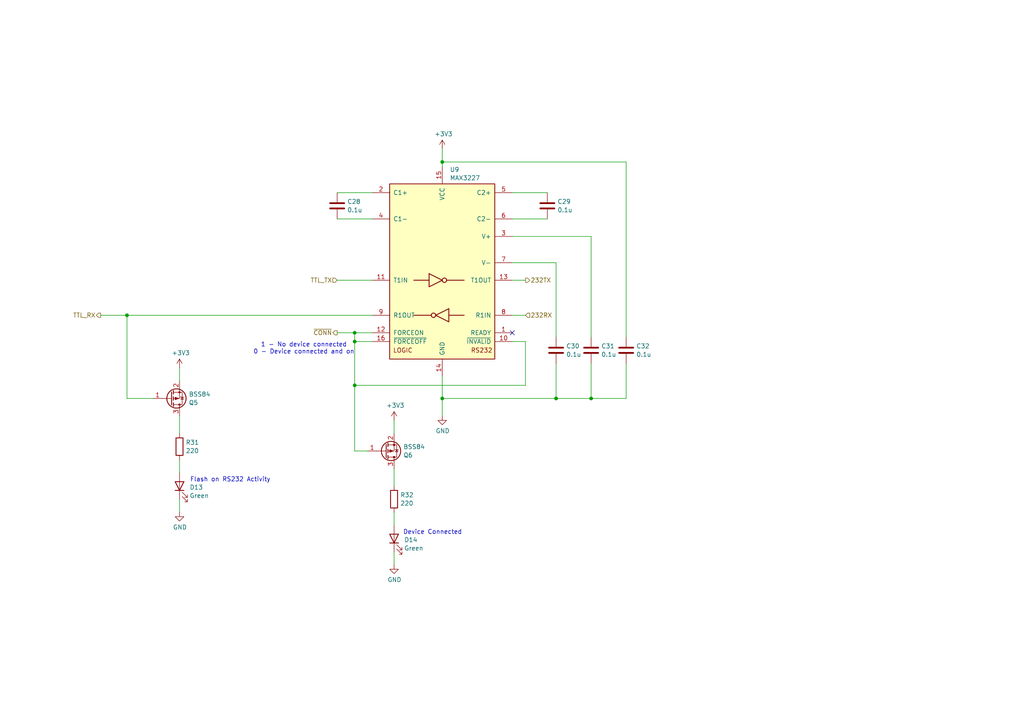
<source format=kicad_sch>
(kicad_sch (version 20231120) (generator "eeschema") (generator_version "8.0")
  (paper "A4")
  (title_block (title "PiDash HAT") (date "2024-04-06") (rev "A") (company "DMS"))
  (lib_symbols
    (symbol "Device:C" (pin_numbers hide) (pin_names (offset 0.254))
      (property "Reference" "C" (at 0.635 2.54 0))
      (property "Value" "C" (at 0.635 -2.54 0))
      (symbol "C_0_1"
        (polyline (pts (xy -2.032 -0.762) (xy 2.032 -0.762)) (stroke (width 0.508)))
        (polyline (pts (xy -2.032 0.762) (xy 2.032 0.762)) (stroke (width 0.508)))
      )
      (symbol "C_1_1"
        (pin passive line (at 0 3.81 270) (length 2.794) (name "~") (number "1"))
        (pin passive line (at 0 -3.81 90) (length 2.794) (name "~") (number "2"))
      )
    )
    (symbol "Device:LED" (pin_numbers hide) (pin_names (offset 1.016) hide)
      (property "Reference" "D" (at 0 2.54 0))
      (property "Value" "LED" (at 0 -2.54 0))
      (symbol "LED_0_1"
        (polyline (pts (xy -1.27 -1.27) (xy -1.27 1.27)) (stroke (width 0.254)))
        (polyline (pts (xy -1.27 0) (xy 1.27 0)))
        (polyline (pts (xy 1.27 -1.27) (xy 1.27 1.27) (xy -1.27 0) (xy 1.27 -1.27)) (stroke (width 0.254)))
        (polyline (pts (xy -3.048 -0.762) (xy -4.572 -2.286) (xy -3.81 -2.286) (xy -4.572 -2.286) (xy -4.572 -1.524)))
        (polyline (pts (xy -1.778 -0.762) (xy -3.302 -2.286) (xy -2.54 -2.286) (xy -3.302 -2.286) (xy -3.302 -1.524)))
      )
      (symbol "LED_1_1"
        (pin passive line (at -3.81 0 0) (length 2.54) (name "K") (number "1"))
        (pin passive line (at 3.81 0 180) (length 2.54) (name "A") (number "2"))
      )
    )
    (symbol "Device:R" (pin_numbers hide) (pin_names (offset 0))
      (property "Reference" "R" (at 2.032 0 90))
      (property "Value" "R" (at 0 0 90))
      (symbol "R_0_1"
        (rectangle (start -1.016 -2.54) (end 1.016 2.54) (stroke (width 0.254)))
      )
      (symbol "R_1_1"
        (pin passive line (at 0 3.81 270) (length 1.27) (name "~") (number "1"))
        (pin passive line (at 0 -3.81 90) (length 1.27) (name "~") (number "2"))
      )
    )
    (symbol "Interface_UART:MAX3227" (pin_names (offset 1.016))
      (property "Reference" "U" (at -13.97 26.67 0))
      (property "Value" "MAX3227" (at 12.7 26.67 0))
      (symbol "MAX3227_0_0"
        (text "LOGIC" (at -11.43 -22.86 0) (effects (font (size 1.27 1.27))))
        (text "RS232" (at 11.43 -22.86 0) (effects (font (size 1.27 1.27))))
      )
      (symbol "MAX3227_0_1"
        (rectangle (start -15.24 -25.4) (end 15.24 25.4) (stroke (width 0.254)) (fill (type background)))
        (circle (center -2.54 -12.7) (radius 0.635) (stroke (width 0.254)))
        (polyline (pts (xy -3.81 -2.54) (xy -8.255 -2.54)) (stroke (width 0.254)))
        (polyline (pts (xy -3.175 -12.7) (xy -8.255 -12.7)) (stroke (width 0.254)))
        (polyline (pts (xy 1.27 -2.54) (xy 6.35 -2.54)) (stroke (width 0.254)))
        (polyline (pts (xy 1.905 -12.7) (xy 6.35 -12.7)) (stroke (width 0.254)))
        (polyline (pts (xy -3.81 -0.635) (xy -3.81 -4.445) (xy 0 -2.54) (xy -3.81 -0.635)) (stroke (width 0.254)))
        (polyline (pts (xy 1.905 -10.795) (xy 1.905 -14.605) (xy -1.905 -12.7) (xy 1.905 -10.795)) (stroke (width 0.254)))
        (circle (center 0.635 -2.54) (radius 0.635) (stroke (width 0.254)))
      )
      (symbol "MAX3227_1_1"
        (pin output line (at 20.32 -17.78 180) (length 5.08) (name "READY") (number "1"))
        (pin output line (at 20.32 -20.32 180) (length 5.08) (name "~{INVALID}") (number "10"))
        (pin input line (at -20.32 -2.54 0) (length 5.08) (name "T1IN") (number "11"))
        (pin input line (at -20.32 -17.78 0) (length 5.08) (name "FORCEON") (number "12"))
        (pin output line (at 20.32 -2.54 180) (length 5.08) (name "T1OUT") (number "13"))
        (pin power_in line (at 0 -30.48 90) (length 5.08) (name "GND") (number "14"))
        (pin power_in line (at 0 30.48 270) (length 5.08) (name "VCC") (number "15"))
        (pin input line (at -20.32 -20.32 0) (length 5.08) (name "~{FORCEOFF}") (number "16"))
        (pin passive line (at -20.32 22.86 0) (length 5.08) (name "C1+") (number "2"))
        (pin power_out line (at 20.32 10.16 180) (length 5.08) (name "V+") (number "3"))
        (pin passive line (at -20.32 15.24 0) (length 5.08) (name "C1-") (number "4"))
        (pin passive line (at 20.32 22.86 180) (length 5.08) (name "C2+") (number "5"))
        (pin passive line (at 20.32 15.24 180) (length 5.08) (name "C2-") (number "6"))
        (pin power_out line (at 20.32 2.54 180) (length 5.08) (name "V-") (number "7"))
        (pin input line (at 20.32 -12.7 180) (length 5.08) (name "R1IN") (number "8"))
        (pin output line (at -20.32 -12.7 0) (length 5.08) (name "R1OUT") (number "9"))
      )
    )
    (symbol "Transistor_FET:BSS84" (pin_names hide)
      (property "Reference" "Q" (at 5.08 1.905 0))
      (property "Value" "BSS84" (at 5.08 0 0))
      (symbol "BSS84_0_1"
        (polyline (pts (xy 0.254 0) (xy -2.54 0)))
        (polyline (pts (xy 0.254 1.905) (xy 0.254 -1.905)) (stroke (width 0.254)))
        (polyline (pts (xy 0.762 -1.27) (xy 0.762 -2.286)) (stroke (width 0.254)))
        (polyline (pts (xy 0.762 0.508) (xy 0.762 -0.508)) (stroke (width 0.254)))
        (polyline (pts (xy 0.762 2.286) (xy 0.762 1.27)) (stroke (width 0.254)))
        (polyline (pts (xy 2.54 2.54) (xy 2.54 1.778)))
        (polyline (pts (xy 2.54 -2.54) (xy 2.54 0) (xy 0.762 0)))
        (polyline (pts (xy 0.762 1.778) (xy 3.302 1.778) (xy 3.302 -1.778) (xy 0.762 -1.778)))
        (polyline (pts (xy 2.286 0) (xy 1.27 0.381) (xy 1.27 -0.381) (xy 2.286 0)) (fill (type outline)))
        (polyline (pts (xy 2.794 -0.508) (xy 2.921 -0.381) (xy 3.683 -0.381) (xy 3.81 -0.254)))
        (polyline (pts (xy 3.302 -0.381) (xy 2.921 0.254) (xy 3.683 0.254) (xy 3.302 -0.381)))
        (circle (center 1.651 0) (radius 2.794) (stroke (width 0.254)))
        (circle (center 2.54 -1.778) (radius 0.254) (fill (type outline)))
        (circle (center 2.54 1.778) (radius 0.254) (fill (type outline)))
      )
      (symbol "BSS84_1_1"
        (pin input line (at -5.08 0 0) (length 2.54) (name "G") (number "1"))
        (pin passive line (at 2.54 -5.08 90) (length 2.54) (name "S") (number "2"))
        (pin passive line (at 2.54 5.08 270) (length 2.54) (name "D") (number "3"))
      )
    )
    (symbol "power:+3.3V" (power) (pin_names (offset 0))
      (property "Value" "+3.3V" (at 0 3.556 0))
      (symbol "+3.3V_0_1"
        (polyline (pts (xy -0.762 1.27) (xy 0 2.54)))
        (polyline (pts (xy 0 0) (xy 0 2.54)))
        (polyline (pts (xy 0 2.54) (xy 0.762 1.27)))
      )
      (symbol "+3.3V_1_1"
        (pin power_in line (at 0 0 90) (length 0) hide (name "+3V3") (number "1"))
      )
    )
    (symbol "power:GND" (power) (pin_names (offset 0))
      (property "Value" "GND" (at 0 -3.81 0))
      (symbol "GND_0_1"
        (polyline (pts (xy 0 0) (xy 0 -1.27) (xy 1.27 -1.27) (xy 0 -2.54) (xy -1.27 -1.27) (xy 0 -1.27)))
      )
      (symbol "GND_1_1"
        (pin power_in line (at 0 0 270) (length 0) hide (name "GND") (number "1"))
      )
    )
  )
  (junction (at 102.87 111.76))
  (junction (at 128.27 46.99))
  (junction (at 36.83 91.44))
  (junction (at 128.27 115.57))
  (junction (at 171.45 115.57))
  (junction (at 102.87 96.52))
  (junction (at 161.29 115.57))
  (junction (at 102.87 99.06))
  (no_connect (at 148.59 96.52))
  (wire (pts (xy 161.29 97.79) (xy 161.29 76.2)))
  (wire (pts (xy 114.3 121.92) (xy 114.3 125.73)))
  (wire (pts (xy 52.07 120.65) (xy 52.07 125.73)))
  (wire (pts (xy 44.45 115.57) (xy 36.83 115.57)))
  (wire (pts (xy 148.59 81.28) (xy 152.4 81.28)))
  (wire (pts (xy 106.68 130.81) (xy 102.87 130.81)))
  (wire (pts (xy 114.3 160.02) (xy 114.3 163.83)))
  (wire (pts (xy 171.45 97.79) (xy 171.45 68.58)))
  (wire (pts (xy 161.29 105.41) (xy 161.29 115.57)))
  (wire (pts (xy 152.4 111.76) (xy 152.4 99.06)))
  (wire (pts (xy 102.87 111.76) (xy 152.4 111.76)))
  (wire (pts (xy 148.59 91.44) (xy 152.4 91.44)))
  (wire (pts (xy 36.83 91.44) (xy 107.95 91.44)))
  (wire (pts (xy 102.87 99.06) (xy 102.87 111.76)))
  (wire (pts (xy 161.29 76.2) (xy 148.59 76.2)))
  (wire (pts (xy 107.95 99.06) (xy 102.87 99.06)))
  (wire (pts (xy 114.3 148.59) (xy 114.3 152.4)))
  (wire (pts (xy 128.27 115.57) (xy 128.27 120.65)))
  (wire (pts (xy 171.45 68.58) (xy 148.59 68.58)))
  (wire (pts (xy 36.83 115.57) (xy 36.83 91.44)))
  (wire (pts (xy 152.4 99.06) (xy 148.59 99.06)))
  (wire (pts (xy 97.79 55.88) (xy 107.95 55.88)))
  (wire (pts (xy 128.27 46.99) (xy 128.27 48.26)))
  (wire (pts (xy 161.29 115.57) (xy 171.45 115.57)))
  (wire (pts (xy 148.59 55.88) (xy 158.75 55.88)))
  (wire (pts (xy 97.79 96.52) (xy 102.87 96.52)))
  (wire (pts (xy 97.79 81.28) (xy 107.95 81.28)))
  (wire (pts (xy 181.61 97.79) (xy 181.61 46.99)))
  (wire (pts (xy 161.29 115.57) (xy 128.27 115.57)))
  (wire (pts (xy 171.45 105.41) (xy 171.45 115.57)))
  (wire (pts (xy 114.3 135.89) (xy 114.3 140.97)))
  (wire (pts (xy 52.07 144.78) (xy 52.07 148.59)))
  (wire (pts (xy 128.27 43.18) (xy 128.27 46.99)))
  (wire (pts (xy 181.61 46.99) (xy 128.27 46.99)))
  (wire (pts (xy 181.61 105.41) (xy 181.61 115.57)))
  (wire (pts (xy 97.79 63.5) (xy 107.95 63.5)))
  (wire (pts (xy 148.59 63.5) (xy 158.75 63.5)))
  (wire (pts (xy 102.87 130.81) (xy 102.87 111.76)))
  (wire (pts (xy 29.21 91.44) (xy 36.83 91.44)))
  (wire (pts (xy 102.87 96.52) (xy 107.95 96.52)))
  (wire (pts (xy 128.27 109.22) (xy 128.27 115.57)))
  (wire (pts (xy 52.07 133.35) (xy 52.07 137.16)))
  (wire (pts (xy 52.07 106.68) (xy 52.07 110.49)))
  (wire (pts (xy 181.61 115.57) (xy 171.45 115.57)))
  (wire (pts (xy 102.87 99.06) (xy 102.87 96.52)))
  (text "1 - No device connected\n0 - Device connected and on" (at 88.138 101.092 0) (effects (font (size 1.27 1.27))))
  (text "Flash on RS232 Activity" (at 66.802 139.192 0) (effects (font (size 1.27 1.27))))
  (text "Device Connected" (at 125.476 154.432 0) (effects (font (size 1.27 1.27))))
  (hierarchical_label "~{CONN}" (shape output) (at 97.79 96.52 180))
  (hierarchical_label "TTL_RX" (shape output) (at 29.21 91.44 180))
  (hierarchical_label "TTL_TX" (shape input) (at 97.79 81.28 180))
  (hierarchical_label "232RX" (shape input) (at 152.4 91.44 0))
  (hierarchical_label "232TX" (shape output) (at 152.4 81.28 0))
  (symbol (lib_id "Transistor_FET:BSS84") (at 49.53 115.57 0) (mirror x) (unit 1)
    (property "Reference" "Q5" (at 54.737 116.7822 0) (effects (justify left)))
    (property "Value" "BSS84" (at 54.737 114.3579 0) (effects (justify left)))
    (property "Footprint" "Package_TO_SOT_SMD:SOT-23" (effects (hide yes)))
    (property "Datasheet" "http://assets.nexperia.com/documents/data-sheet/BSS84.pdf" (effects (hide yes)))
    (property "Description" "-0.13A Id, -50V Vds, P-Channel MOSFET, SOT-23" (effects (hide yes)))
    (property "Mfg Part Number" "BSS84" (effects (hide yes)))
  )
  (symbol (lib_id "power:+3.3V") (at 128.27 43.18 0) (unit 1)
    (property "Reference" "#PWR042" (effects (hide yes)))
    (property "Value" "+3V3" (at 128.6383 38.8556 0))
  )
  (symbol (lib_id "Device:LED") (at 52.07 140.97 90) (unit 1)
    (property "Reference" "D13" (at 54.991 141.3453 90) (effects (justify right)))
    (property "Value" "Green" (at 54.991 143.7696 90) (effects (justify right)))
    (property "Footprint" "LED_SMD:LED_0603_1608Metric_Pad1.05x0.95mm_HandSolder" (effects (hide yes)))
    (property "Description" "Light emitting diode" (effects (hide yes)))
    (property "Mfg Part Number" " HSMG-C190" (effects (hide yes)))
  )
  (symbol (lib_id "Device:C") (at 181.61 101.6 0) (unit 1)
    (property "Reference" "C32" (at 184.531 100.3878 0) (effects (justify left)))
    (property "Value" "0.1u" (at 184.531 102.8121 0) (effects (justify left)))
    (property "Footprint" "Capacitor_SMD:C_0603_1608Metric_Pad1.08x0.95mm_HandSolder" (effects (hide yes)))
    (property "Description" "Unpolarized capacitor" (effects (hide yes)))
    (property "Mfg Part Number" "CGA3E2X8R1E104K080AA" (effects (hide yes)))
  )
  (symbol (lib_id "Interface_UART:MAX3227") (at 128.27 78.74 0) (unit 1)
    (property "Reference" "U9" (at 130.4641 49.1955 0) (effects (justify left)))
    (property "Value" "MAX3227" (at 130.4641 51.6198 0) (effects (justify left)))
    (property "Footprint" "Package_DFN_QFN:QFN-16-1EP_5x5mm_P0.8mm_EP2.7x2.7mm" (effects (hide yes)))
    (property "Datasheet" "https://datasheets.maximintegrated.com/en/ds/MAX3224-MAX3245.pdf" (effects (hide yes)))
    (property "Description" "Single RS232 driver/receiver, 3.0V to 5V supply, 1Mb/s, AutoShutdown Plus, SSOP-16 package" (effects (hide yes)))
    (property "Mfg Part Number" "MAX3226EETE+" (effects (hide yes)))
  )
  (symbol (lib_id "Device:C") (at 161.29 101.6 0) (unit 1)
    (property "Reference" "C30" (at 164.211 100.3878 0) (effects (justify left)))
    (property "Value" "0.1u" (at 164.211 102.8121 0) (effects (justify left)))
    (property "Footprint" "Capacitor_SMD:C_0603_1608Metric_Pad1.08x0.95mm_HandSolder" (effects (hide yes)))
    (property "Description" "Unpolarized capacitor" (effects (hide yes)))
    (property "Mfg Part Number" "CGA3E2X8R1E104K080AA" (effects (hide yes)))
  )
  (symbol (lib_id "Transistor_FET:BSS84") (at 111.76 130.81 0) (mirror x) (unit 1)
    (property "Reference" "Q6" (at 116.967 132.0222 0) (effects (justify left)))
    (property "Value" "BSS84" (at 116.967 129.5979 0) (effects (justify left)))
    (property "Footprint" "Package_TO_SOT_SMD:SOT-23" (effects (hide yes)))
    (property "Datasheet" "http://assets.nexperia.com/documents/data-sheet/BSS84.pdf" (effects (hide yes)))
    (property "Description" "-0.13A Id, -50V Vds, P-Channel MOSFET, SOT-23" (effects (hide yes)))
    (property "Mfg Part Number" "BSS84" (effects (hide yes)))
  )
  (symbol (lib_id "power:+3.3V") (at 52.07 106.68 0) (unit 1)
    (property "Reference" "#PWR043" (effects (hide yes)))
    (property "Value" "+3V3" (at 52.4383 102.3556 0))
  )
  (symbol (lib_id "Device:R") (at 114.3 144.78 0) (unit 1)
    (property "Reference" "R32" (at 116.078 143.5678 0) (effects (justify left)))
    (property "Value" "220" (at 116.078 145.9921 0) (effects (justify left)))
    (property "Footprint" "Resistor_SMD:R_0603_1608Metric_Pad0.98x0.95mm_HandSolder" (effects (hide yes)))
    (property "Description" "Resistor" (effects (hide yes)))
  )
  (symbol (lib_id "Device:R") (at 52.07 129.54 0) (unit 1)
    (property "Reference" "R31" (at 53.848 128.3278 0) (effects (justify left)))
    (property "Value" "220" (at 53.848 130.7521 0) (effects (justify left)))
    (property "Footprint" "Resistor_SMD:R_0603_1608Metric_Pad0.98x0.95mm_HandSolder" (effects (hide yes)))
    (property "Description" "Resistor" (effects (hide yes)))
  )
  (symbol (lib_id "power:GND") (at 114.3 163.83 0) (unit 1)
    (property "Reference" "#PWR047" (effects (hide yes)))
    (property "Value" "GND" (at 114.4143 168.1544 0))
  )
  (symbol (lib_id "Device:C") (at 158.75 59.69 0) (unit 1)
    (property "Reference" "C29" (at 161.671 58.4778 0) (effects (justify left)))
    (property "Value" "0.1u" (at 161.671 60.9021 0) (effects (justify left)))
    (property "Footprint" "Capacitor_SMD:C_0603_1608Metric_Pad1.08x0.95mm_HandSolder" (effects (hide yes)))
    (property "Description" "Unpolarized capacitor" (effects (hide yes)))
    (property "Mfg Part Number" "CGA3E2X8R1E104K080AA" (effects (hide yes)))
  )
  (symbol (lib_id "power:+3.3V") (at 114.3 121.92 0) (unit 1)
    (property "Reference" "#PWR045" (effects (hide yes)))
    (property "Value" "+3V3" (at 114.6683 117.5956 0))
  )
  (symbol (lib_id "power:GND") (at 52.07 148.59 0) (unit 1)
    (property "Reference" "#PWR046" (effects (hide yes)))
    (property "Value" "GND" (at 52.1843 152.9144 0))
  )
  (symbol (lib_id "Device:C") (at 171.45 101.6 0) (unit 1)
    (property "Reference" "C31" (at 174.371 100.3878 0) (effects (justify left)))
    (property "Value" "0.1u" (at 174.371 102.8121 0) (effects (justify left)))
    (property "Footprint" "Capacitor_SMD:C_0603_1608Metric_Pad1.08x0.95mm_HandSolder" (effects (hide yes)))
    (property "Description" "Unpolarized capacitor" (effects (hide yes)))
    (property "Mfg Part Number" "CGA3E2X8R1E104K080AA" (effects (hide yes)))
  )
  (symbol (lib_id "Device:C") (at 97.79 59.69 0) (unit 1)
    (property "Reference" "C28" (at 100.711 58.4778 0) (effects (justify left)))
    (property "Value" "0.1u" (at 100.711 60.9021 0) (effects (justify left)))
    (property "Footprint" "Capacitor_SMD:C_0603_1608Metric_Pad1.08x0.95mm_HandSolder" (effects (hide yes)))
    (property "Description" "Unpolarized capacitor" (effects (hide yes)))
    (property "Mfg Part Number" "CGA3E2X8R1E104K080AA" (effects (hide yes)))
  )
  (symbol (lib_id "power:GND") (at 128.27 120.65 0) (unit 1)
    (property "Reference" "#PWR044" (effects (hide yes)))
    (property "Value" "GND" (at 128.3843 124.9744 0))
  )
  (symbol (lib_id "Device:LED") (at 114.3 156.21 90) (unit 1)
    (property "Reference" "D14" (at 117.221 156.5853 90) (effects (justify right)))
    (property "Value" "Green" (at 117.221 159.0096 90) (effects (justify right)))
    (property "Footprint" "LED_SMD:LED_0603_1608Metric_Pad1.05x0.95mm_HandSolder" (effects (hide yes)))
    (property "Description" "Light emitting diode" (effects (hide yes)))
    (property "Mfg Part Number" " HSMG-C190" (effects (hide yes)))
  )
)
</source>
